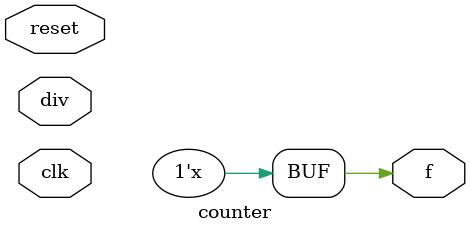
<source format=sv>
module counter(reset,clk,div,f);
  
  input reset, clk;
  input [3:0] div;
  output reg f;
  reg [3:0]counter_1;
  reg [3:0]counter_2;
  reg [3:0]counter;
  
  always@( reset)
    if (reset==0)
    begin
      f=0;
      counter_1=0;
      counter_2=0;
      counter=0;
    end

  
  always@(posedge clk)			// regular D ff cannot work as dual edge
    counter_1=counter_1+1;

  always@(negedge clk)
    counter_2=counter_2+1;
  
  
  always@(counter_1,counter_2)
    begin
    counter= counter_1 + counter_2;
      
      if(counter==div)
        begin
         // $display($time, " counter: %d", counter);
          counter=0;
          counter_1=0;
          counter_2=0;
          f=~f;
          
        end
    end      
                
endmodule
      
      
    
    
  


      
</source>
